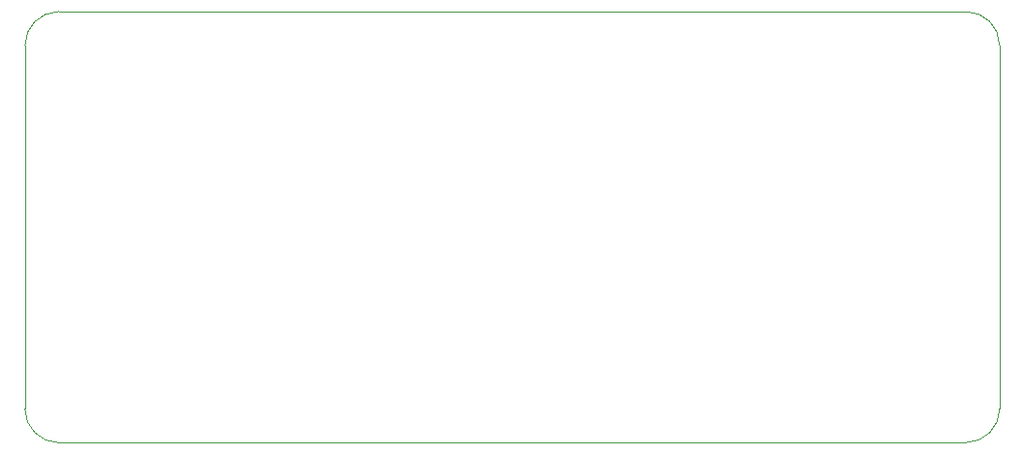
<source format=gbr>
%TF.GenerationSoftware,KiCad,Pcbnew,7.0.10*%
%TF.CreationDate,2024-04-11T21:52:28-07:00*%
%TF.ProjectId,magical toys integration pcbrev4,6d616769-6361-46c2-9074-6f797320696e,rev?*%
%TF.SameCoordinates,Original*%
%TF.FileFunction,Profile,NP*%
%FSLAX46Y46*%
G04 Gerber Fmt 4.6, Leading zero omitted, Abs format (unit mm)*
G04 Created by KiCad (PCBNEW 7.0.10) date 2024-04-11 21:52:28*
%MOMM*%
%LPD*%
G01*
G04 APERTURE LIST*
%TA.AperFunction,Profile*%
%ADD10C,0.100000*%
%TD*%
G04 APERTURE END LIST*
D10*
X195750000Y-81850000D02*
G75*
G03*
X192800000Y-78900000I-2950000J0D01*
G01*
X195750000Y-113650000D02*
X195750000Y-81850000D01*
X113600000Y-78900001D02*
G75*
G03*
X110650001Y-81850000I0J-2949999D01*
G01*
X192800000Y-116600000D02*
G75*
G03*
X195750000Y-113650000I0J2950000D01*
G01*
X192800000Y-78900000D02*
X113600000Y-78900000D01*
X113599999Y-116600000D02*
X192800000Y-116600000D01*
X110650001Y-81850000D02*
X110650000Y-113650000D01*
X110650000Y-113650000D02*
G75*
G03*
X113599999Y-116600000I2950000J0D01*
G01*
M02*

</source>
